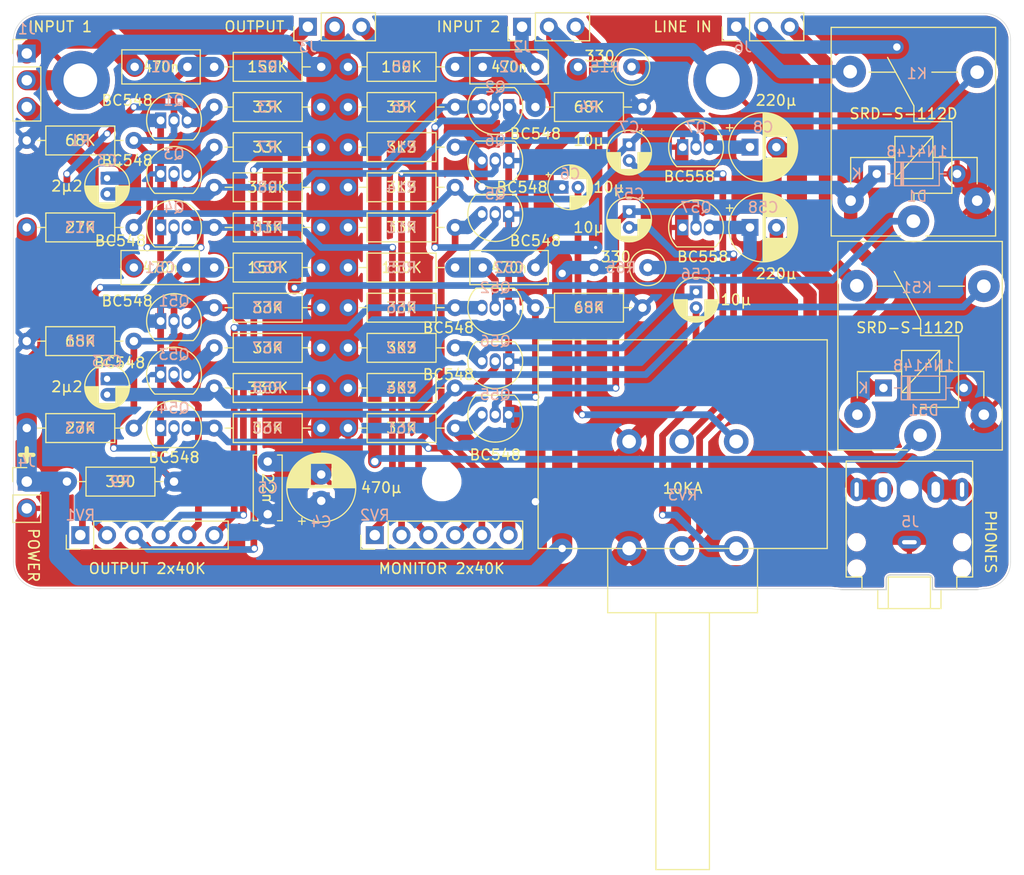
<source format=kicad_pcb>
(kicad_pcb (version 20240108) (generator "pcbnew") (generator_version "8.0")
  (title_block (title "TuchAudio 502 Mixing console") (date "2025-08-10") (rev "v1.2") (company "@zuiko21"))
  (layers (0 "F.Cu" signal) (31 "B.Cu" signal) (34 "B.Paste" user) (35 "F.Paste" user) (36 "B.SilkS" user "B.Silkscreen") (37 "F.SilkS" user "F.Silkscreen") (38 "B.Mask" user) (39 "F.Mask" user) (44 "Edge.Cuts" user))
  (net 0 "")
  (net 1 "/IN1")
  (net 2 "/DC1")
  (net 3 "/DC2")
  (net 4 "/IN2")
  (net 5 "/MB")
  (net 6 "/OUT")
  (net 7 "GND")
  (net 8 "/+10")
  (net 9 "/M_AC")
  (net 10 "/M_DC")
  (net 11 "/VOL")
  (net 12 "/BIAS")
  (net 13 "/HEAD")
  (net 14 "/H_DC")
  (net 15 "/IN1'")
  (net 16 "/DC1'")
  (net 17 "/DC2'")
  (net 18 "/IN2'")
  (net 19 "/MB'")
  (net 20 "/OUT'")
  (net 21 "/M_AC'")
  (net 22 "/M_DC'")
  (net 23 "/BIAS'")
  (net 24 "/VOL'")
  (net 25 "/H_DC'")
  (net 26 "/HEAD'")
  (net 27 "+12V")
  (net 28 "/BUF1")
  (net 29 "/BUF2")
  (net 30 "/MIX")
  (net 31 "/MON1")
  (net 32 "/MON2")
  (net 33 "/MON")
  (net 34 "/BUF1'")
  (net 35 "/BUF2'")
  (net 36 "/MIX'")
  (net 37 "/MON1'")
  (net 38 "/MON2'")
  (net 39 "/MON'")
  (net 40 "/L_OUT'")
  (net 41 "/L_OUT")
  (net 42 "/LINE'")
  (net 43 "/LINE")
  (footprint "Resistor_THT:R_Axial_DIN0207_L6.3mm_D2.5mm_P10.16mm_Horizontal" (layer "F.Cu") (at 63.5 59.69)
    (property "Reference" "R3")
    (property "Value" "33K")
  )
  (footprint "Capacitor_THT:CP_Radial_D4.0mm_P1.50mm" (layer "F.Cu") (at 102.87 63.27 -90)
    (property "Reference" "C7")
    (property "Value" "10µ")
  )
  (footprint "Connector_PinHeader_2.54mm:PinHeader_1x06_P2.54mm_Vertical" (layer "F.Cu") (at 78.74 100.33 90)
    (property "Reference" "RV2")
    (property "Value" "MONITOR 2x40K")
  )
  (footprint "Resistor_THT:R_Axial_DIN0207_L6.3mm_D2.5mm_P10.16mm_Horizontal" (layer "F.Cu") (at 104.14 78.74 180)
    (property "Reference" "R54")
    (property "Value" "68K")
  )
  (footprint "Package_TO_SOT_THT:TO-92_Inline" (layer "F.Cu") (at 91.44 83.82 180)
    (property "Reference" "Q56")
    (property "Value" "BC548")
  )
  (footprint "Package_TO_SOT_THT:TO-92_Inline" (layer "F.Cu") (at 58.42 66.04)
    (property "Reference" "Q3")
    (property "Value" "BC548")
  )
  (footprint "Package_TO_SOT_THT:TO-92_Inline" (layer "F.Cu") (at 107.95 71.12)
    (property "Reference" "Q57")
    (property "Value" "BC558")
  )
  (footprint "Resistor_THT:R_Axial_DIN0207_L6.3mm_D2.5mm_P10.16mm_Horizontal" (layer "F.Cu") (at 63.5 74.93)
    (property "Reference" "R52")
    (property "Value" "150K")
  )
  (footprint "Resistor_THT:R_Axial_DIN0207_L6.3mm_D2.5mm_P10.16mm_Horizontal" (layer "F.Cu") (at 45.72 90.17)
    (property "Reference" "R63")
    (property "Value" "27K")
  )
  (footprint "Package_TO_SOT_THT:TO-92_Inline" (layer "F.Cu") (at 91.44 59.69 180)
    (property "Reference" "Q2")
    (property "Value" "BC548")
  )
  (footprint "Resistor_THT:R_Axial_DIN0207_L6.3mm_D2.5mm_P10.16mm_Horizontal" (layer "F.Cu") (at 86.36 71.12 180)
    (property "Reference" "R11")
    (property "Value" "33K")
  )
  (footprint "Resistor_THT:R_Axial_DIN0207_L6.3mm_D2.5mm_P10.16mm_Horizontal" (layer "F.Cu") (at 45.72 71.12)
    (property "Reference" "R13")
    (property "Value" "27K")
  )
  (footprint "Capacitor_THT:CP_Radial_D6.3mm_P2.50mm" (layer "F.Cu") (at 114.34 63.5)
    (property "Reference" "C8")
    (property "Value" "220µ")
  )
  (footprint "Package_TO_SOT_THT:TO-92_Inline" (layer "F.Cu") (at 58.42 85.09)
    (property "Reference" "Q53")
    (property "Value" "BC548")
  )
  (footprint "Resistor_THT:R_Axial_DIN0207_L6.3mm_D2.5mm_P10.16mm_Horizontal" (layer "F.Cu") (at 73.66 86.36 180)
    (property "Reference" "R58")
    (property "Value" "330K")
  )
  (footprint "Package_TO_SOT_THT:TO-92_Inline" (layer "F.Cu") (at 91.44 78.74 180)
    (property "Reference" "Q52")
    (property "Value" "BC548")
  )
  (footprint "Capacitor_THT:CP_Radial_D4.0mm_P1.50mm" (layer "F.Cu") (at 53.34 66.445 -90)
    (property "Reference" "C3")
    (property "Value" "2µ2")
  )
  (footprint "Resistor_THT:R_Axial_DIN0207_L6.3mm_D2.5mm_P10.16mm_Horizontal" (layer "F.Cu") (at 86.36 90.17 180)
    (property "Reference" "R61")
    (property "Value" "33K")
  )
  (footprint "Resistor_THT:R_Axial_DIN0207_L6.3mm_D2.5mm_P10.16mm_Horizontal" (layer "F.Cu") (at 63.5 55.88)
    (property "Reference" "R2")
    (property "Value" "150K")
  )
  (footprint "Capacitor_THT:C_Disc_D6.0mm_W2.5mm_P5.00mm" (layer "F.Cu") (at 68.58 98.345 90)
    (property "Reference" "C5")
    (property "Value" "22n")
  )
  (footprint "Resistor_THT:R_Axial_DIN0207_L6.3mm_D2.5mm_P10.16mm_Horizontal" (layer "F.Cu") (at 59.69 95.25 180)
    (property "Reference" "R9")
    (property "Value" "390")
  )
  (footprint "Resistor_THT:R_Axial_DIN0207_L6.3mm_D2.5mm_P10.16mm_Horizontal" (layer "F.Cu") (at 63.5 78.74)
    (property "Reference" "R53")
    (property "Value" "33K")
  )
  (footprint "MountingHole:MountingHole_3.2mm_M3_DIN965" (layer "F.Cu") (at 85.09 95.25)
    (property "Reference" "H3" (hide yes))
    (property "Value" "MountingHole" (hide yes))
  )
  (footprint "durango:Potentiometer_Alps_225G_Dual_Horizontal" (layer "F.Cu") (at 102.87 96.52 -90)
    (property "Reference" "RV3")
    (property "Value" "10KA")
  )
  (footprint "Package_TO_SOT_THT:TO-92_Inline" (layer "F.Cu") (at 58.42 71.12)
    (property "Reference" "Q4")
    (property "Value" "BC548")
  )
  (footprint "Resistor_THT:R_Axial_DIN0207_L6.3mm_D2.5mm_P10.16mm_Horizontal" (layer "F.Cu") (at 45.72 81.915)
    (property "Reference" "R51")
    (property "Value" "68K")
  )
  (footprint "Capacitor_THT:C_Rect_L7.2mm_W3.0mm_P5.00mm_FKS2_FKP2_MKS2_MKP2" (layer "F.Cu") (at 55.96 55.88)
    (property "Reference" "C1")
    (property "Value" "470n")
  )
  (footprint "Capacitor_THT:CP_Radial_D6.3mm_P2.50mm" (layer "F.Cu") (at 73.66 97.075 90)
    (property "Reference" "C4")
    (property "Value" "470µ")
  )
  (footprint "Package_TO_SOT_THT:TO-92_Inline" (layer "F.Cu") (at 91.44 69.85 180)
    (property "Reference" "Q5")
    (property "Value" "BC548")
  )
  (footprint "Resistor_THT:R_Axial_DIN0207_L6.3mm_D2.5mm_P10.16mm_Horizontal" (layer "F.Cu") (at 73.66 63.5 180)
    (property "Reference" "R7")
    (property "Value" "33K")
  )
  (footprint "Resistor_THT:R_Axial_DIN0309_L9.0mm_D3.2mm_P5.08mm_Vertical" (layer "F.Cu") (at 103.105 55.88 180)
    (property "Reference" "R15")
    (property "Value" "330")
  )
  (footprint "Capacitor_THT:CP_Radial_D4.0mm_P1.50mm" (layer "F.Cu") (at 109.22 77.24 -90)
    (property "Reference" "C56")
    (property "Value" "10µ")
  )
  (footprint "Resistor_THT:R_Axial_DIN0207_L6.3mm_D2.5mm_P10.16mm_Horizontal" (layer "F.Cu") (at 76.2 82.55)
    (property "Reference" "R62")
    (property "Value" "3K3")
  )
  (footprint "Connector_PinHeader_2.54mm:PinHeader_1x06_P2.54mm_Vertical" (layer "F.Cu") (at 50.8 100.33 90)
    (property "Reference" "RV1")
    (property "Value" "OUTPUT 2x40K")
  )
  (footprint "Resistor_THT:R_Axial_DIN0207_L6.3mm_D2.5mm_P10.16mm_Horizontal" (layer "F.Cu") (at 73.66 67.31 180)
    (property "Reference" "R8")
    (property "Value" "330K")
  )
  (footprint "Resistor_THT:R_Axial_DIN0207_L6.3mm_D2.5mm_P10.16mm_Horizontal" (layer "F.Cu") (at 104.14 59.69 180)
    (property "Reference" "R4")
    (property "Value" "68K")
  )
  (footprint "MountingHole:MountingHole_3.2mm_M3_DIN965_Pad" (layer "F.Cu") (at 50.8 57.15)
    (property "Reference" "H1" (hide yes))
    (property "Value" "MountingHole_Pad" (hide yes))
  )
  (footprint "Connector_PinHeader_2.54mm:PinHeader_1x02_P2.54mm_Vertical" (layer "F.Cu") (at 45.72 95.25)
    (property "Reference" "J4")
    (property "Value" "POWER")
  )
  (footprint "Connector_PinHeader_2.54mm:PinHeader_1x03_P2.54mm_Vertical" (layer "F.Cu") (at 45.72 54.61)
    (property "Reference" "J1")
    (property "Value" "INPUT 1")
  )
  (footprint "Resistor_THT:R_Axial_DIN0207_L6.3mm_D2.5mm_P10.16mm_Horizontal" (layer "F.Cu") (at 86.36 55.88 180)
    (property "Reference" "R5")
    (property "Value" "150K")
  )
  (footprint "Resistor_THT:R_Axial_DIN0207_L6.3mm_D2.5mm_P10.16mm_Horizontal" (layer "F.Cu") (at 86.36 86.36 180)
    (property "Reference" "R64")
    (property "Value" "3K3")
  )
  (footprint "Connector_PinHeader_2.54mm:PinHeader_1x03_P2.54mm_Vertical" (layer "F.Cu") (at 113.03 52.07 90)
    (property "Reference" "J6")
    (property "Value" "LINE IN")
  )
  (footprint "Capacitor_THT:CP_Radial_D4.0mm_P1.50mm" (layer "F.Cu") (at 96.52 67.31)
    (property "Reference" "C6")
    (property "Value" "10µ")
  )
  (footprint "Package_TO_SOT_THT:TO-92_Inline" (layer "F.Cu") (at 58.42 90.17)
    (property "Reference" "Q54")
    (property "Value" "BC548")
  )
  (footprint "Resistor_THT:R_Axial_DIN0207_L6.3mm_D2.5mm_P10.16mm_Horizontal" (layer "F.Cu") (at 76.2 63.5)
    (property "Reference" "R12")
    (property "Value" "3K3")
  )
  (footprint "Resistor_THT:R_Axial_DIN0207_L6.3mm_D2.5mm_P10.16mm_Horizontal" (layer "F.Cu") (at 86.36 78.74 180)
    (property "Reference" "R56")
    (property "Value" "33K")
  )
  (footprint "Resistor_THT:R_Axial_DIN0309_L9.0mm_D3.2mm_P5.08mm_Vertical" (layer "F.Cu") (at 104.629 74.93 180)
    (property "Reference" "R65")
    (property "Value" "330")
  )
  (footprint "Capacitor_THT:C_Rect_L7.2mm_W3.0mm_P5.00mm_FKS2_FKP2_MKS2_MKP2" (layer "F.Cu") (at 93.98 74.93 180)
    (property "Reference" "C52")
    (property "Value" "470n")
  )
  (footprint "Relay_THT:Relay_SPDT_SANYOU_SRD_Series_Form_C" (layer "F.Cu") (at 129.84 70.53 90)
    (property "Reference" "K1")
    (property "Value" "SRD-S-112D")
  )
  (footprint "Package_TO_SOT_THT:TO-92_Inline" (layer "F.Cu") (at 91.44 88.9 180)
    (property "Reference" "Q55")
    (property "Value" "BC548")
  )
  (footprint "Capacitor_THT:CP_Radial_D4.0mm_P1.50mm" (layer "F.Cu") (at 102.87 69.62 -90)
    (property "Reference" "C57")
    (property "Value" "10µ")
  )
  (footprint "Resistor_THT:R_Axial_DIN0207_L6.3mm_D2.5mm_P10.16mm_Horizontal" (layer "F.Cu") (at 86.36 74.93 180)
    (property "Reference" "R55")
    (property "Value" "150K")
  )
  (footprint "Relay_THT:Relay_SPDT_SANYOU_SRD_Series_Form_C" (layer "F.Cu") (at 130.475 90.85 90)
    (property "Reference" "K51")
    (property "Value" "SRD-S-112D")
  )
  (footprint "Resistor_THT:R_Axial_DIN0207_L6.3mm_D2.5mm_P10.16mm_Horizontal" (layer "F.Cu") (at 73.66 82.55 180)
    (property "Reference" "R57")
    (property "Value" "33K")
  )
  (footprint "Package_TO_SOT_THT:TO-92_Inline" (layer "F.Cu") (at 91.44 64.77 180)
    (property "Reference" "Q6")
    (property "Value" "BC548")
  )
  (footprint "Package_TO_SOT_THT:TO-92_Inline" (layer "F.Cu") (at 58.42 60.96)
    (property "Reference" "Q1")
    (property "Value" "BC548")
  )
  (footprint "Capacitor_THT:C_Rect_L7.2mm_W3.0mm_P5.00mm_FKS2_FKP2_MKS2_MKP2" (layer "F.Cu") (at 55.88 74.93)
    (property "Reference" "C51")
    (property "Value" "470n")
  )
  (footprint "Resistor_THT:R_Axial_DIN0207_L6.3mm_D2.5mm_P10.16mm_Horizontal" (layer "F.Cu") (at 45.72 62.865)
    (property "Reference" "R1")
    (property "Value" "68K")
  )
  (footprint "Connector_Audio:Jack_3.5mm_CUI_SJ1-3525N_Horizontal" (layer "F.Cu") (at 129.46 101.005)
    (property "Reference" "J5")
    (property "Value" "PHONES")
    (fp_line (start -2.2 3.5) (end -2.2 4.5) (stroke (width 0.12)) (layer "Edge.Cuts"))
    (fp_line (start -2.2 4.5) (end -6.5 4.5) (stroke (width 0.12)) (layer "Edge.Cuts"))
    (fp_line (start 1.8 3.1) (end -1.8 3.1) (stroke (width 0.12)) (layer "Edge.Cuts"))
    (fp_line (start 2.2 3.5) (end 2.2 4.5) (stroke (width 0.12)) (layer "Edge.Cuts"))
    (fp_line (start 2.2 4.5) (end 6.5 4.5) (stroke (width 0.12)) (layer "Edge.Cuts"))
    (fp_arc (start -2.2 3.5) (mid -2.082842 3.217158) (end -1.8 3.1) (stroke (width 0.12)) (layer "Edge.Cuts"))
    (fp_arc (start 1.8 3.1) (mid 2.082843 3.217157) (end 2.2 3.5) (stroke (width 0.12)) (layer "Edge.Cuts"))
  )
  (footprint "Resistor_THT:R_Axial_DIN0207_L6.3mm_D2.5mm_P10.16mm_Horizontal" (layer "F.Cu") (at 86.36 59.69 180)
    (property "Reference" "R6")
    (property "Value" "33K")
  )
  (footprint "Resistor_THT:R_Axial_DIN0207_L6.3mm_D2.5mm_P10.16mm_Horizontal" (layer "F.Cu") (at 86.36 67.31 180)
    (property "Reference" "R14")
    (property "Value" "3K3")
  )
  (footprint "Connector_PinHeader_2.54mm:PinHeader_1x03_P2.54mm_Vertical" (layer "F.Cu") (at 92.71 52.07 90)
    (property "Reference" "J2")
    (property "Value" "INPUT 2")
  )
  (footprint "Connector_PinHeader_2.54mm:PinHeader_1x03_P2.54mm_Vertical" (layer "F.Cu") (at 72.39 52.07 90)
    (property "Reference" "J3")
    (property "Value" "OUTPUT")
  )
  (footprint "Capacitor_THT:C_Rect_L7.2mm_W3.0mm_P5.00mm_FKS2_FKP2_MKS2_MKP2" (layer "F.Cu") (at 93.98 55.88 180)
    (property "Reference" "C2")
    (property "Value" "470n")
  )
  (footprint "Capacitor_THT:CP_Radial_D6.3mm_P2.50mm" (layer "F.Cu") (at 114.34 71.12)
    (property "Reference" "C58")
    (property "Value" "220µ")
  )
  (footprint "Package_TO_SOT_THT:TO-92_Inline" (layer "F.Cu") (at 58.42 80.01)
    (property "Reference" "Q51")
    (property "Value" "BC548")
  )
  (footprint "Package_TO_SOT_THT:TO-92_Inline" (layer "F.Cu") (at 107.95 63.5)
    (property "Reference" "Q7")
    (property "Value" "BC558")
  )
  (footprint "Resistor_THT:R_Axial_DIN0207_L6.3mm_D2.5mm_P10.16mm_Horizontal" (layer "F.Cu") (at 63.5 90.17)
    (property "Reference" "R60")
    (property "Value" "33K")
  )
  (footprint "Resistor_THT:R_Axial_DIN0207_L6.3mm_D2.5mm_P10.16mm_Horizontal" (layer "F.Cu") (at 63.5 71.12)
    (property "Reference" "R10")
    (property "Value" "33K")
  )
  (footprint "Capacitor_THT:CP_Radial_D4.0mm_P1.50mm" (layer "F.Cu") (at 53.34 85.495 -90)
    (property "Reference" "C53")
    (property "Value" "2µ2")
  )
  (footprint "MountingHole:MountingHole_3.2mm_M3_DIN965_Pad" (layer "F.Cu") (at 111.76 57.15)
    (property "Reference" "H2" (hide yes))
    (property "Value" "MountingHole_Pad" (hide yes))
  )
  (footprint "Diode_THT:D_DO-35_SOD27_P7.62mm_Horizontal" (layer "B.Cu") (at 126.365 66.04)
    (property "Reference" "D1")
    (property "Value" "1N4148")
  )
  (footprint "Diode_THT:D_DO-35_SOD27_P7.62mm_Horizontal" (layer "B.Cu") (at 127 86.36)
    (property "Reference" "D51")
    (property "Value" "1N4148")
  )
  (gr_line (start 45.085 92.71) (end 46.355 92.71) (stroke (width 0.4)) (layer "F.SilkS"))
  (gr_line (start 45.72 92.075) (end 45.72 93.345) (stroke (width 0.4)) (layer "F.SilkS"))
  (gr_line (start 46.99 105.41) (end 121.92 105.41) (stroke (width 0.05)) (layer "Edge.Cuts"))
  (gr_line (start 46.99 50.8) (end 136.525 50.8) (stroke (width 0.05)) (layer "Edge.Cuts"))
  (gr_arc (start 46.99 105.41) (mid 45.193949 104.666051) (end 44.45 102.87) (stroke (width 0.05)) (layer "Edge.Cuts"))
  (gr_arc (start 44.45 53.34) (mid 45.193949 51.543949) (end 46.99 50.8) (stroke (width 0.05)) (layer "Edge.Cuts"))
  (gr_arc (start 136.525 50.8) (mid 138.321051 51.543949) (end 139.065 53.34) (stroke (width 0.05)) (layer "Edge.Cuts"))
  (gr_line (start 121.92 105.41) (end 122.96 105.505) (stroke (width 0.05)) (layer "Edge.Cuts"))
  (gr_line (start 136.525 105.41) (end 135.96 105.505) (stroke (width 0.05)) (layer "Edge.Cuts"))
  (gr_line (start 139.065 53.34) (end 139.065 102.87) (stroke (width 0.05)) (layer "Edge.Cuts"))
  (gr_line (start 44.45 102.87) (end 44.45 53.34) (stroke (width 0.05)) (layer "Edge.Cuts"))
  (gr_arc (start 139.065 102.87) (mid 138.321051 104.666051) (end 136.525 105.41) (stroke (width 0.05)) (layer "Edge.Cuts"))
  (segment (start 53.2775 53.1975) (end 55.96 55.88) (width 1.905) (layer "F.Cu") (net 1))
  (segment (start 45.72 54.61) (end 47.1325 53.1975) (width 1.905) (layer "F.Cu") (net 1))
  (segment (start 47.1325 53.1975) (end 53.2775 53.1975) (width 1.905) (layer "F.Cu") (net 1))
  (segment (start 59.69 57.205814) (end 60.96 55.935814) (width 0.635) (layer "F.Cu") (net 2))
  (segment (start 55.88 62.865) (end 57.3775 64.3625) (width 0.635) (layer "F.Cu") (net 2))
  (segment (start 59.69 60.96) (end 59.69 57.205814) (width 0.635) (layer "F.Cu") (net 2))
  (segment (start 57.3775 72.7975) (end 57.15 73.025) (width 0.635) (layer "F.Cu") (net 2))
  (segment (start 57.3775 64.3625) (end 57.3775 72.7975) (width 0.635) (layer "F.Cu") (net 2))
  (segment (start 60.96 55.935814) (end 60.96 55.88) (width 0.635) (layer "F.Cu") (net 2))
  (via (at 57.15 73.025) (size 0.7) (drill 0.5) (layers "F.Cu" "B.Cu") (net 2))
  (segment (start 59.69 62.345) (end 59.69 60.96) (width 0.635) (layer "B.Cu") (net 2))
  (segment (start 59.69 72.505) (end 59.69 71.12) (width 0.635) (layer "B.Cu") (net 2))
  (segment (start 59.17 62.865) (end 59.69 62.345) (width 0.635) (layer "B.Cu") (net 2))
  (segment (start 60.96 55.88) (end 63.5 55.88) (width 1.905) (layer "B.Cu") (net 2))
  (segment (start 55.88 62.865) (end 59.17 62.865) (width 0.635) (layer "B.Cu") (net 2))
  (segment (start 57.15 73.025) (end 59.17 73.025) (width 0.635) (layer "B.Cu") (net 2))
  (segment (start 59.17 73.025) (end 59.69 72.505) (width 0.635) (layer "B.Cu") (net 2))
  (segment (start 84.455 61.595) (end 84.455 73.025) (width 0.635) (layer "F.Cu") (net 3))
  (via (at 84.455 73.025) (size 0.7) (drill 0.5) (layers "F.Cu" "B.Cu") (net 3))
  (via (at 84.455 61.595) (size 0.7) (drill 0.5) (layers "F.Cu" "B.Cu") (net 3))
  (segment (start 93.98 58.641252) (end 93.98 59.69) (width 1.905) (layer "B.Cu") (net 3))
  (segment (start 90.924374 57.895626) (end 92.185626 57.895626) (width 0.635) (layer "B.Cu") (net 3))
  (segment (start 88.98 55.88) (end 90.17 55.88) (width 1.905) (layer "B.Cu") (net 3))
  (segment (start 90.17 59.69) (end 90.17 59.055) (width 0.635) (layer "B.Cu") (net 3))
  (segment (start 90.17 60.625) (end 90.17 59.69) (width 0.635) (layer "B.Cu") (net 3))
  (segment (start 90.17 59.055) (end 90.17 58.65) (width 0.635) (layer "B.Cu") (net 3))
  (segment (start 87.93 73.025) (end 90.17 70.785) (width 0.635) (layer "B.Cu") (net 3))
  (segment (start 90.17 70.785) (end 90.17 69.85) (width 0.635) (layer "B.Cu") (net 3))
  (segment (start 85.0425 61.0075) (end 89.7875 61.0075) (width 0.635) (layer "B.Cu") (net 3))
  (segment (start 90.17 58.65) (end 90.924374 57.895626) (width 0.635) (layer "B.Cu") (net 3))
  (segment (start 89.7875 61.0075) (end 90.17 60.625) (width 0.635) (layer "B.Cu") (net 3))
  (segment (start 84.455 61.595) (end 85.0425 61.0075) (width 0.635) (layer "B.Cu") (net 3))
  (segment (start 90.17 55.88) (end 91.218748 55.88) (width 1.905) (layer "B.Cu") (net 3))
  (segment (start 84.455 73.025) (end 87.93 73.025) (width 0.635) (layer "B.Cu") (net 3))
  (segment (start 92.185626 57.895626) (end 93.98 59.69) (width 0.635) (layer "B.Cu") (net 3))
  (segment (start 86.36 55.88) (end 88.98 55.88) (width 1.905) (layer "B.Cu") (net 3))
  (segment (start 91.218748 55.88) (end 93.98 58.641252) (width 1.905) (layer "B.Cu") (net 3))
  (segment (start 92.71 54.61) (end 93.98 55.88) (width 1.27) (layer "B.Cu") (net 4))
  (segment (start 92.71 52.07) (end 92.71 54.61) (width 1.27) (layer "B.Cu") (net 4))
  (segment (start 61.05 65.95) (end 63.5 63.5) (width 1.27) (layer "B.Cu") (net 5))
  (segment (start 60.645 64.455) (end 61.05 64.86) (width 1.27) (layer "B.Cu") (net 5))
  (segment (start 53.34 66.445) (end 55.21 66.445) (width 1.27) (layer "B.Cu") (net 5))
  (segment (start 55.21 66.445) (end 57.2 64.455) (width 1.27) (layer "B.Cu") (net 5))
  (segment (start 61.05 64.86) (end 61.05 65.95) (width 1.27) (layer "B.Cu") (net 5))
  (segment (start 57.2 64.455) (end 60.645 64.455) (width 1.27) (layer "B.Cu") (net 5))
  (segment (start 85.814273 62.1825) (end 87.942382 62.1825) (width 0.635) (layer "B.Cu") (net 6))
  (segment (start 102.8975 61.0075) (end 131.2625 61.0075) (width 0.635) (layer "B.Cu") (net 6))
  (segment (start 83.179273 64.8175) (end 85.814273 62.1825) (width 0.635) (layer "B.Cu") (net 6))
  (segment (start 73.025 65.9925) (end 80.105 65.9925) (width 0.635) (layer "B.Cu") (net 6))
  (segment (start 101.04 62.865) (end 102.8975 61.0075) (width 0.635) (layer "B.Cu") (net 6))
  (segment (start 63.5 67.31) (end 62.865 67.945) (width 1.27) (layer "B.Cu") (net 6))
  (segment (start 81.28 64.8175) (end 83.179273 64.8175) (width 0.635) (layer "B.Cu") (net 6))
  (segment (start 88.624882 62.865) (end 101.04 62.865) (width 0.635) (layer "B.Cu") (net 6))
  (segment (start 80.105 65.9925) (end 81.28 64.8175) (width 0.635) (layer "B.Cu") (net 6))
  (segment (start 87.942382 62.1825) (end 88.624882 62.865) (width 0.635) (layer "B.Cu") (net 6))
  (segment (start 131.2625 61.0075) (end 135.89 56.38) (width 0.635) (layer "B.Cu") (net 6))
  (segment (start 71.7075 67.31) (end 73.025 65.9925) (width 0.635) (layer "B.Cu") (net 6))
  (segment (start 62.865 67.945) (end 53.34 67.945) (width 1.27) (layer "B.Cu") (net 6))
  (segment (start 63.5 67.31) (end 71.7075 67.31) (width 0.635) (layer "B.Cu") (net 6))
  (segment (start 73.66 55.88) (end 73.66 90.17) (width 1.905) (layer "F.Cu") (net 7))
  (segment (start 108.315 72.755) (end 107.86 72.3) (width 1.27) (layer "F.Cu") (net 7))
  (segment (start 74.93 52.07) (end 74.93 90.17) (width 1.905) (layer "F.Cu") (net 7))
  (segment (start 135.89 73.025) (end 135.89 68.58) (width 1.905) (layer "F.Cu") (net 7))
  (segment (start 136.525 88.265) (end 134.62 86.36) (width 1.905) (layer "F.Cu") (net 7))
  (segment (start 74.93 90.17) (end 73.66 91.44) (width 1.905) (layer "F.Cu") (net 7))
  (segment (start 76.2 55.88) (end 74.93 54.61) (width 1.905) (layer "F.Cu") (net 7))
  (segment (start 72.255 94.575) (end 71.12 95.71) (width 1.905) (layer "F.Cu") (net 7))
  (segment (start 71.12 95.71) (end 71.12 104.14) (width 1.905) (layer "F.Cu") (net 7))
  (segment (start 102.87 91.44) (end 102.87 101.6) (width 1.905) (layer "F.Cu") (net 7))
  (segment (start 131.2925 99.1725) (end 134.5075 99.1725) (width 1.905) (layer "F.Cu") (net 7))
  (segment (start 133.8725 85.6125) (end 134.62 86.36) (width 1.905) (layer "F.Cu") (net 7))
  (segment (start 127.6275 99.1725) (end 129.46 101.005) (width 1.905) (layer "F.Cu") (net 7))
  (segment (start 73.66 55.88) (end 74.93 54.61) (width 1.905) (layer "F.Cu") (net 7))
  (segment (start 115.57 53.34) (end 111.76 57.15) (width 1.27) (layer "F.Cu") (net 7))
  (segment (start 100.33 104.14) (end 102.87 101.6) (width 1.905) (layer "F.Cu") (net 7))
  (segment (start 136.565 88.94) (end 136.525 88.9) (width 1.905) (layer "F.Cu") (net 7))
  (segment (start 50.605 104.14) (end 71.12 104.14) (width 1.905) (layer "F.Cu") (net 7))
  (segment (start 73.66 91.44) (end 73.66 90.17) (width 1.905) (layer "F.Cu") (net 7))
  (segment (start 123.700954 99.1725) (end 127.6275 99.1725) (width 1.905) (layer "F.Cu") (net 7))
  (segment (start 106.68 77.24224) (end 108.315 75.60724) (width 1.27) (layer "F.Cu") (net 7))
  (segment (start 106.68 87.63) (end 106.68 77.24224) (width 1.27) (layer "F.Cu") (net 7))
  (segment (start 133.8725 75.0425) (end 135.89 73.025) (width 1.905) (layer "F.Cu") (net 7))
  (segment (start 102.87 101.6) (end 105.41 104.14) (width 1.905) (layer "F.Cu") (net 7))
  (segment (start 107.86 72.3) (end 107.86 63.5) (width 1.27) (layer "F.Cu") (net 7))
  (segment (start 115.57 52.07) (end 115.57 53.34) (width 1.27) (layer "F.Cu") (net 7))
  (segment (start 73.66 94.575) (end 73.66 91.44) (width 1.905) (layer "F.Cu") (net 7))
  (segment (start 108.315 75.60724) (end 108.315 72.755) (width 1.27) (layer "F.Cu") (net 7))
  (segment (start 118.733454 104.14) (end 123.700954 99.1725) (width 1.905) (layer "F.Cu") (net 7))
  (segment (start 102.87 91.44) (end 106.68 87.63) (width 1.27) (layer "F.Cu") (net 7))
  (segment (start 105.41 104.14) (end 118.733454 104.14) (width 1.905) (layer "F.Cu") (net 7))
  (segment (start 45.72 57.15) (end 50.8 57.15) (width 1.905) (layer "F.Cu") (net 7))
  (segment (start 129.46 101.005) (end 131.2925 99.1725) (width 1.905) (layer "F.Cu") (net 7))
  (segment (start 136.525 88.9) (end 136.525 88.265) (width 1.905) (layer "F.Cu") (net 7))
  (segment (start 136.565 97.115) (end 136.565 88.94) (width 1.905) (layer "F.Cu") (net 7))
  (segment (start 135.89 68.58) (end 135.89 61.615) (width 1.905) (layer "F.Cu") (net 7))
  (segment (start 74.93 54.61) (end 74.93 52.07) (width 1.905) (layer "F.Cu") (net 7))
  (segment (start 76.2 90.17) (end 76.2 55.88) (width 1.905) (layer "F.Cu") (net 7))
  (segment (start 45.72 97.79) (end 45.72 99.255) (width 1.905) (layer "F.Cu") (net 7))
  (segment (start 133.8725 75.0425) (end 133.8725 85.6125) (width 1.905) (layer "F.Cu") (net 7))
  (segment (start 45.72 99.255) (end 50.605 104.14) (width 1.905) (layer "F.Cu") (net 7))
  (segment (start 134.5075 99.1725) (end 136.565 97.115) (width 1.905) (layer "F.Cu") (net 7))
  (segment (start 71.12 104.14) (end 100.33 104.14) (width 1.905) (layer "F.Cu") (net 7))
  (segment (start 135.89 68.58) (end 135.89 67.945) (width 1.905) (layer "F.Cu") (net 7))
  (segment (start 135.89 61.615) (end 128.27 53.995) (width 1.905) (layer "F.Cu") (net 7))
  (segment (start 135.89 67.945) (end 133.985 66.04) (width 1.905) (layer "F.Cu") (net 7))
  (segment (start 73.66 94.575) (end 72.255 94.575) (width 1.905) (layer "F.Cu") (net 7))
  (via (at 128.27 53.995) (size 1) (drill 0.7) (layers "F.Cu" "B.Cu") (net 7))
  (segment (start 54.175 53.775) (end 70.285 53.775) (width 1.905) (layer "B.Cu") (net 7))
  (segment (start 95.25 52.07) (end 97.425 54.245) (width 1.27) (layer "B.Cu") (net 7))
  (segment (start 72.43 93.345) (end 73.66 94.575) (width 1.905) (layer "B.Cu") (net 7))
  (segment (start 117.495 53.995) (end 128.27 53.995) (width 1.27) (layer "B.Cu") (net 7))
  (segment (start 108.855 54.245) (end 111.76 57.15) (width 1.27) (layer "B.Cu") (net 7))
  (segment (start 115.57 52.07) (end 117.495 53.995) (width 1.27) (layer "B.Cu") (net 7))
  (segment (start 72.39 55.88) (end 73.66 55.88) (width 1.905) (layer "B.Cu") (net 7))
  (segment (start 68.58 93.345) (end 72.43 93.345) (width 1.905) (layer "B.Cu") (net 7))
  (segment (start 97.425 54.245) (end 108.855 54.245) (width 1.27) (layer "B.Cu") (net 7))
  (segment (start 128.27 53.995) (end 128.29 53.995) (width 1.27) (layer "B.Cu") (net 7))
  (segment (start 50.8 57.15) (end 54.175 53.775) (width 1.905) (layer "B.Cu") (net 7))
  (segment (start 70.285 53.775) (end 72.39 55.88) (width 1.905) (layer "B.Cu") (net 7))
  (segment (start 93.98 91.0325) (end 91.8475 88.9) (width 1.905) (layer "F.Cu") (net 8))
  (segment (start 58.42 80.01) (end 58.42 93.98) (width 0.635) (layer "F.Cu") (net 8))
  (segment (start 93.98 97.155) (end 93.98 91.0325) (width 1.905) (layer "F.Cu") (net 8))
  (segment (start 58.42 60.96) (end 58.42 71.12) (width 0.635) (layer "F.Cu") (net 8))
  (segment (start 91.44 88.9) (end 91.44 64.77) (width 0.635) (layer "F.Cu") (net 8))
  (segment (start 58.42 71.12) (end 58.42 80.01) (width 0.635) (layer "F.Cu") (net 8))
  (segment (start 91.44 64.77) (end 91.44 59.69) (width 0.635) (layer "F.Cu") (net 8))
  (segment (start 58.42 93.98) (end 59.69 95.25) (width 0.635) (layer "F.Cu") (net 8))
  (via (at 93.98 97.155) (size 1) (drill 0.7) (layers "F.Cu" "B.Cu") (net 8))
  (segment (start 47.625 60.96) (end 58.33 60.96) (width 1.27) (layer "B.Cu") (net 8))
  (segment (start 68.58 98.345) (end 72.39 98.345) (width 1.905) (layer "B.Cu") (net 8))
  (segment (start 92.44 80.375) (end 91.53 79.465) (width 1.27) (layer "B.Cu") (net 8))
  (segment (start 104.14 78.74) (end 102.505 80.375) (width 1.27) (layer "B.Cu") (net 8))
  (segment (start 91.53 59.69) (end 91.53 60.415) (width 1.27) (layer "B.Cu") (net 8))
  (segment (start 94.7325 61.4775) (end 96.52 59.69) (width 1.27) (layer "B.Cu") (net 8))
  (segment (start 91.53 79.465) (end 91.53 78.74) (width 1.27) (layer "B.Cu") (net 8))
  (segment (start 93.0525 98.0825) (end 93.98 97.155) (width 1.905) (layer "B.Cu") (net 8))
  (segment (start 91.53 60.415) (end 92.5925 61.4775) (width 1.27) (layer "B.Cu") (net 8))
  (segment (start 45.72 81.915) (end 47.625 80.01) (width 1.27) (layer "B.Cu") (net 8))
  (segment (start 74.6675 98.0825) (end 93.0525 98.0825) (width 1.905) (layer "B.Cu") (net 8))
  (segment (start 47.625 80.01) (end 58.33 80.01) (width 1.27) (layer "B.Cu") (net 8))
  (segment (start 73.66 97.075) (end 74.6675 98.0825) (width 1.905) (layer "B.Cu") (net 8))
  (segment (start 65.485 95.25) (end 68.58 98.345) (width 1.905) (layer "B.Cu") (net 8))
  (segment (start 92.5925 61.4775) (end 94.7325 61.4775) (width 1.27) (layer "B.Cu") (net 8))
  (segment (start 59.69 95.25) (end 65.485 95.25) (width 1.905) (layer "B.Cu") (net 8))
  (segment (start 96.52 59.69) (end 104.14 59.69) (width 1.27) (layer "B.Cu") (net 8))
  (segment (start 45.72 62.865) (end 47.625 60.96) (width 1.27) (layer "B.Cu") (net 8))
  (segment (start 102.505 80.375) (end 92.44 80.375) (width 1.27) (layer "B.Cu") (net 8))
  (segment (start 72.39 98.345) (end 73.66 97.075) (width 1.905) (layer "B.Cu") (net 8))
  (segment (start 98.02 67.31) (end 98.02 88.495) (width 0.635) (layer "F.Cu") (net 9))
  (segment (start 98.02 88.495) (end 98.425 88.9) (width 0.635) (layer "F.Cu") (net 9))
  (via (at 98.425 88.9) (size 0.7) (drill 0.5) (layers "F.Cu" "B.Cu") (net 9))
  (segment (start 98.425 88.9) (end 110.49 88.9) (width 0.635) (layer "B.Cu") (net 9))
  (segment (start 110.49 88.9) (end 113.03 91.44) (width 0.635) (layer "B.Cu") (net 9))
  (segment (start 88.81 67.185) (end 88.81 64.77) (width 1.27) (layer "F.Cu") (net 10))
  (segment (start 88.9 67.275) (end 88.81 67.185) (width 1.27) (layer "F.Cu") (net 10))
  (via (at 88.9 67.275) (size 1) (drill 0.7) (layers "F.Cu" "B.Cu") (net 10))
  (segment (start 88.81 64.68) (end 88.81 64.77) (width 1.27) (layer "B.Cu") (net 10))
  (segment (start 88.9 67.275) (end 96.52 67.275) (width 1.27) (layer "B.Cu") (net 10))
  (segment (start 88.865 67.275) (end 88.9 67.275) (width 1.27) (layer "B.Cu") (net 10))
  (segment (start 87.9475 63.8175) (end 88.81 64.68) (width 1.27) (layer "B.Cu") (net 10))
  (segment (start 86.36 63.5) (end 87.63 63.5) (width 1.27) (layer "B.Cu") (net 10))
  (segment (start 87.9475 63.8175) (end 88.5825 64.4525) (width 1.27) (layer "B.Cu") (net 10))
  (segment (start 87.63 63.5) (end 87.9475 63.8175) (width 1.27) (layer "B.Cu") (net 10))
  (segment (start 107.87 91.44) (end 111.76 87.55) (width 0.635) (layer "F.Cu") (net 11))
  (segment (start 111.76 87.55) (end 111.76 66.04) (width 0.635) (layer "F.Cu") (net 11))
  (via (at 111.76 66.04) (size 0.7) (drill 0.5) (layers "F.Cu" "B.Cu") (net 11))
  (segment (start 111.76 66.04) (end 104.14 66.04) (width 0.635) (layer "B.Cu") (net 11))
  (segment (start 104.14 66.04) (end 102.87 64.77) (width 0.635) (layer "B.Cu") (net 11))
  (segment (start 101.7525 64.307116) (end 102.789616 63.27) (width 0.635) (layer "B.Cu") (net 12))
  (segment (start 55.88 71.12) (end 57.1975 69.8025) (width 0.635) (layer "B.Cu") (net 12))
  (segment (start 83.8675 69.8025) (end 86.36 67.31) (width 0.635) (layer "B.Cu") (net 12))
  (segment (start 109.22 63.5) (end 109.22 62.46) (width 0.635) (layer "B.Cu") (net 12))
  (segment (start 86.36 67.31) (end 87.4775 68.4275) (width 0.635) (layer "B.Cu") (net 12))
  (segment (start 98.557884 68.4275) (end 101.7525 65.232884) (width 0.635) (layer "B.Cu") (net 12))
  (segment (start 102.789616 63.27) (end 102.87 63.27) (width 0.635) (layer "B.Cu") (net 12))
  (segment (start 57.1975 69.8025) (end 83.8675 69.8025) (width 0.635) (layer "B.Cu") (net 12))
  (segment (start 103.9075 62.2325) (end 102.87 63.27) (width 0.635) (layer "B.Cu") (net 12))
  (segment (start 87.4775 68.4275) (end 98.557884 68.4275) (width 0.635) (layer "B.Cu") (net 12))
  (segment (start 101.7525 65.232884) (end 101.7525 64.307116) (width 0.635) (layer "B.Cu") (net 12))
  (segment (start 109.22 62.46) (end 108.9925 62.2325) (width 0.635) (layer "B.Cu") (net 12))
  (segment (start 108.9925 62.2325) (end 103.9075 62.2325) (width 0.635) (layer "B.Cu") (net 12))
  (segment (start 121.8225 89.59515) (end 121.8225 76.69) (width 1.905) (layer "F.Cu") (net 13))
  (segment (start 118.7925 73.66) (end 118.7925 65.4525) (width 1.905) (layer "F.Cu") (net 13))
  (segment (start 122.793675 90.566325) (end 121.8225 89.59515) (width 1.905) (layer "F.Cu") (net 13))
  (segment (start 125.729851 93.5025) (end 122.793675 90.566325) (width 1.905) (layer "F.Cu") (net 13))
  (segment (start 118.7925 65.4525) (end 116.84 63.5) (width 1.905) (layer "F.Cu") (net 13))
  (segment (start 129.549046 93.5025) (end 125.729851 93.5025) (width 1.905) (layer "F.Cu") (net 13))
  (segment (start 134.46 96.005) (end 131.96 96.005) (width 1.905) (layer "F.Cu") (net 13))
  (segment (start 131.96 96.005) (end 131.96 95.913454) (width 1.905) (layer "F.Cu") (net 13))
  (segment (start 131.96 95.913454) (end 129.549046 93.5025) (width 1.905) (layer "F.Cu") (net 13))
  (segment (start 121.8225 76.69) (end 118.7925 73.66) (width 1.905) (layer "F.Cu") (net 13))
  (segment (start 110.58 63.5) (end 110.58 62.190118) (width 1.27) (layer "F.Cu") (net 14))
  (segment (start 110.58 62.190118) (end 104.269882 55.88) (width 1.27) (layer "F.Cu") (net 14))
  (segment (start 104.269882 55.88) (end 103.105 55.88) (width 1.27) (layer "F.Cu") (net 14))
  (segment (start 114.34 63.5) (end 110.58 63.5) (width 1.27) (layer "B.Cu") (net 14))
  (segment (start 51.5875 65.5575) (end 51.5875 70.6375) (width 1.905) (layer "F.Cu") (net 15))
  (segment (start 45.72 59.69) (end 51.5875 65.5575) (width 1.905) (layer "F.Cu") (net 15))
  (segment (start 51.5875 70.6375) (end 55.88 74.93) (width 1.905) (layer "F.Cu") (net 15))
  (segment (start 55.88 88.306773) (end 55.88 81.915) (width 0.635) (layer "F.Cu") (net 16))
  (segment (start 59.69 80.01) (end 59.69 76.12) (width 0.635) (layer "F.Cu") (net 16))
  (segment (start 53.975 90.211773) (end 55.88 88.306773) (width 0.635) (layer "F.Cu") (net 16))
  (segment (start 53.975 92.075) (end 53.975 90.211773) (width 0.635) (layer "F.Cu") (net 16))
  (segment (start 59.69 76.12) (end 60.88 74.93) (width 0.635) (layer "F.Cu") (net 16))
  (via (at 53.975 92.075) (size 0.7) (drill 0.5) (layers "F.Cu" "B.Cu") (net 16))
  (segment (start 63.5 74.93) (end 60.88 74.93) (width 1.905) (layer "B.Cu") (net 16))
  (segment (start 59.69 81.395) (end 59.69 80.01) (width 0.635) (layer "B.Cu") (net 16))
  (segment (start 58.825 92.075) (end 53.975 92.075) (width 0.635) (layer "B.Cu") (net 16))
  (segment (start 59.69 90.17) (end 59.69 91.21) (width 0.635) (layer "B.Cu") (net 16))
  (segment (start 59.17 81.915) (end 59.69 81.395) (width 0.635) (layer "B.Cu") (net 16))
  (segment (start 55.88 81.915) (end 59.17 81.915) (width 0.635) (layer "B.Cu") (net 16))
  (segment (start 59.69 91.21) (end 58.825 92.075) (width 0.635) (layer "B.Cu") (net 16))
  (segment (start 88.98 74.93) (end 90.17 76.12) (width 0.635) (layer "F.Cu") (net 17))
  (segment (start 93.98 78.74) (end 93.98 87.2275) (width 0.635) (layer "F.Cu") (net 17))
  (segment (start 90.17 76.12) (end 90.17 78.74) (width 0.635) (layer "F.Cu") (net 17))
  (via (at 93.98 87.2275) (size 0.7) (drill 0.5) (layers "F.Cu" "B.Cu") (net 17))
  (segment (start 88.98 74.93) (end 86.36 74.93) (width 1.905) (layer "B.Cu") (net 17))
  (segment (start 90.4 77.47) (end 90.805 77.47) (width 0.635) (layer "B.Cu") (net 17))
  (segment (start 90.17 77.7) (end 90.4 77.47) (width 0.635) (layer "B.Cu") (net 17))
  (segment (start 90.805 77.47) (end 92.71 77.47) (width 0.635) (layer "B.Cu") (net 17))
  (segment (start 90.17 87.86) (end 90.17 88.9) (width 0.635) (layer "B.Cu") (net 17))
  (segment (start 90.8025 87.2275) (end 90.17 87.86) (width 0.635) (layer "B.Cu") (net 17))
  (segment (start 90.17 78.74) (end 90.17 77.7) (width 0.635) (layer "B.Cu") (net 17))
  (segment (start 93.98 87.2275) (end 90.8025 87.2275) (width 0.635) (layer "B.Cu") (net 17))
  (segment (start 92.71 77.47) (end 93.98 78.74) (width 0.635) (layer "B.Cu") (net 17))
  (segment (start 97.79 52.07) (end 99.695 53.975) (width 1.27) (layer "F.Cu") (net 18))
  (segment (start 99.695 53.975) (end 99.695 73.025) (width 1.27) (layer "F.Cu") (net 18))
  (via (at 99.695 73.025) (size 0.6) (drill 0.3) (layers "F.Cu" "B.Cu") (net 18))
  (segment (start 95.885 73.025) (end 93.98 74.93) (width 1.27) (layer "B.Cu") (net 18))
  (segment (start 99.695 73.025) (end 95.885 73.025) (width 1.27) (layer "B.Cu") (net 18))
  (segment (start 61.05 84.30167) (end 61.05 85) (width 1.27) (layer "B.Cu") (net 19))
  (segment (start 53.34 85.495) (end 55.21 85.495) (width 1.27) (layer "B.Cu") (net 19))
  (segment (start 57.2 83.505) (end 60.25333 83.505) (width 1.27) (layer "B.Cu") (net 19))
  (segment (start 61.05 85) (end 61.05 85.09) (width 1.27) (layer "B.Cu") (net 19))
  (segment (start 55.21 85.495) (end 57.2 83.505) (width 1.27) (layer "B.Cu") (net 19))
  (segment (start 60.25333 83.505) (end 61.05 84.30167) (width 1.27) (layer "B.Cu") (net 19))
  (segment (start 63.5 82.55) (end 61.05 85) (width 1.27) (layer "B.Cu") (net 19))
  (segment (start 88.2625 85.0875) (end 104.452884 85.0875) (width 0.635) (layer "B.Cu") (net 20))
  (segment (start 85.745887 85.110886) (end 85.814273 85.0425) (width 0.635) (layer "B.Cu") (net 20))
  (segment (start 63.5 86.36) (end 64.77 87.63) (width 1.27) (layer "B.Cu") (net 20))
  (segment (start 64.77 87.63) (end 64.77 87.7) (width 1.27) (layer "B.Cu") (net 20))
  (segment (start 83.840886 87.015887) (end 82.839273 88.0175) (width 0.635) (layer "B.Cu") (net 20))
  (segment (start 110.872884 78.6675) (end 134.5575 78.6675) (width 0.635) (layer "B.Cu") (net 20))
  (segment (start 83.840887 87.015887) (end 83.840886 87.015887) (width 0.635) (layer "B.Cu") (net 20))
  (segment (start 104.452884 85.0875) (end 110.872884 78.6675) (width 0.635) (layer "B.Cu") (net 20))
  (segment (start 88.2175 85.0425) (end 88.2625 85.0875) (width 0.635) (layer "B.Cu") (net 20))
  (segment (start 53.34 86.995) (end 62.865 86.995) (width 1.27) (layer "B.Cu") (net 20))
  (segment (start 83.840887 87.015887) (end 85.745887 85.110886) (width 0.635) (layer "B.Cu") (net 20))
  (segment (start 85.814273 85.0425) (end 88.2175 85.0425) (width 0.635) (layer "B.Cu") (net 20))
  (segment (start 62.865 86.995) (end 63.5 86.36) (width 1.27) (layer "B.Cu") (net 20))
  (segment (start 82.839273 88.0175) (end 71.755 88.0175) (width 0.635) (layer "B.Cu") (net 20))
  (segment (start 134.5575 78.6675) (end 136.525 76.7) (width 0.635) (layer "B.Cu") (net 20))
  (segment (start 64.77 87.7) (end 72.68776 87.7) (width 1.27) (layer "B.Cu") (net 20))
  (segment (start 83.226773 87.63) (end 83.840887 87.015887) (width 0.635) (layer "B.Cu") (net 20))
  (segment (start 109.22 78.74) (end 109.22 87.703514) (width 0.635) (layer "F.Cu") (net 21))
  (segment (start 106.045 90.878514) (end 106.045 98.425) (width 0.635) (layer "F.Cu") (net 21))
  (segment (start 109.22 87.703514) (end 106.045 90.878514) (width 0.635) (layer "F.Cu") (net 21))
  (via (at 106.045 98.425) (size 0.7) (drill 0.5) (layers "F.Cu" "B.Cu") (net 21))
  (segment (start 110.49 101.6) (end 113.03 101.6) (width 0.635) (layer "B.Cu") (net 21))
  (segment (start 107.315 98.425) (end 110.49 101.6) (width 0.635) (layer "B.Cu") (net 21))
  (segment (start 106.045 98.425) (end 107.315 98.425) (width 0.635) (layer "B.Cu") (net 21))
  (segment (start 109.22 77.24) (end 108.7425 77.7175) (width 0.635) (layer "B.Cu") (net 22))
  (segment (start 107.0675 77.7175) (end 102.2325 82.5525) (width 0.635) (layer "B.Cu") (net 22))
  (segment (start 87.54 82.55) (end 88.81 83.82) (width 1.27) (layer "B.Cu") (net 22))
  (segment (start 108.7425 77.7175) (end 107.0675 77.7175) (width 0.635) (layer "B.Cu") (net 22))
  (segment (start 88.9 83.185) (end 88.9 83.82) (width 0.635) (layer "B.Cu") (net 22))
  (segment (start 89.5325 82.5525) (end 88.9 83.185) (width 0.635) (layer "B.Cu") (net 22))
  (segment (start 86.36 82.55) (end 87.54 82.55) (width 1.27) (layer "B.Cu") (net 22))
  (segment (start 102.2325 82.5525) (end 89.5325 82.5525) (width 0.635) (layer "B.Cu") (net 22))
  (segment (start 101.6 86.36) (end 101.6 70.809616) (width 0.635) (layer "F.Cu") (net 23))
  (segment (start 101.6 70.809616) (end 102.789616 69.62) (width 0.635) (layer "F.Cu") (net 23))
  (segment (start 102.789616 69.62) (end 102.87 69.62) (width 0.635) (layer "F.Cu") (net 23))
  (via (at 101.6 86.36) (size 0.7) (drill 0.5) (layers "F.Cu" "B.Cu") (net 23))
  (segment (start 83.8675 88.8525) (end 86.36 86.36) (width 0.635) (layer "B.Cu") (net 23))
  (segment (start 57.1975 88.8525) (end 83.8675 88.8525) (width 0.635) (layer "B.Cu") (net 23))
  (segment (start 102.87 69.62) (end 109.105 69.62) (width 0.635) (layer "B.Cu") (net 23))
  (segment (start 86.36 86.36) (end 101.6 86.36) (width 0.635) (layer "B.Cu") (net 23))
  (segment (start 109.105 69.62) (end 109.22 69.735) (width 0.635) (layer "B.Cu") (net 23))
  (segment (start 55.88 90.17) (end 57.1975 88.8525) (width 0.635) (layer "B.Cu") (net 23))
  (segment (start 109.22 69.735) (end 109.22 71.12) (width 0.635) (layer "B.Cu") (net 23))
  (segment (start 109.5575 91.1025) (end 112.7775 87.8825) (width 0.635) (layer "F.Cu") (net 24))
  (segment (start 107.87 101.6) (end 109.5575 99.9125) (width 0.635) (layer "F.Cu") (net 24))
  (segment (start 109.5575 99.9125) (end 109.5575 91.1025) (width 0.635) (layer "F.Cu") (net 24))
  (segment (start 112.7775 87.8825) (end 112.7775 73.66) (width 0.635) (layer "F.Cu") (net 24))
  (via (at 112.7775 73.66) (size 0.7) (drill 0.5) (layers "F.Cu" "B.Cu") (net 24))
  (segment (start 112.7775 73.66) (end 107.273227 73.66) (width 0.635) (layer "B.Cu") (net 24))
  (segment (start 104.733227 71.12) (end 102.87 71.12) (width 0.635) (layer "B.Cu") (net 24))
  (segment (start 107.273227 73.66) (end 104.733227 71.12) (width 0.635) (layer "B.Cu") (net 24))
  (segment (start 106.68 74.93) (end 106.9575 74.6525) (width 0.635) (layer "B.Cu") (net 25))
  (segment (start 113.183344 74.93) (end 114.34 73.773344) (width 1.27) (layer "B.Cu") (net 25))
  (segment (start 106.68 74.93) (end 113.183344 74.93) (width 1.27) (layer "B.Cu") (net 25))
  (segment (start 114.34 73.324331) (end 114.34 71.12) (width 0.635) (layer "B.Cu") (net 25))
  (segment (start 106.68 74.93) (end 104.629 74.93) (width 1.27) (layer "B.Cu") (net 25))
  (segment (start 114.34 73.773344) (end 114.34 71.12) (width 1.27) (layer "B.Cu") (net 25))
  (segment (start 114.34 71.12) (end 110.58 71.12) (width 1.27) (layer "B.Cu") (net 25))
  (segment (start 113.011831 74.6525) (end 114.34 73.324331) (width 0.635) (layer "B.Cu") (net 25))
  (segment (start 126.96 96.005) (end 124.46 96.005) (width 1.905) (layer "F.Cu") (net 26))
  (segment (start 120.035 91.58) (end 124.46 96.005) (width 1.27) (layer "F.Cu") (net 26))
  (segment (start 120.035 77.49) (end 120.035 91.58) (width 1.27) (layer "F.Cu") (net 26))
  (segment (start 116.84 71.12) (end 116.84 74.295) (width 1.27) (layer "F.Cu") (net 26))
  (segment (start 116.84 74.295) (end 120.035 77.49) (width 1.27) (layer "F.Cu") (net 26))
  (segment (start 124.525 81.345) (end 124.525 85.09) (width 1.27) (layer "F.Cu") (net 27))
  (segment (start 124.46 80.01) (end 124.46 81.28) (width 1.27) (layer "F.Cu") (net 27))
  (segment (start 124.525 86.36) (end 127 86.36) (width 1.27) (layer "F.Cu") (net 27))
  (segment (start 45.72 84.676252) (end 45.72 90.17) (width 1.905) (layer "F.Cu") (net 27))
  (segment (start 97.9075 60.9975) (end 97.9075 55.9975) (width 1.905) (layer "F.Cu") (net 27))
  (segment (start 94.7675 72.5425) (end 94.7675 64.1375) (width 1.905) (layer "F.Cu") (net 27))
  (segment (start 45.72 78.6925) (end 47.6725 80.645) (width 1.905) (layer "F.Cu") (net 27))
  (segment (start 94.7675 64.1375) (end 97.9075 60.9975) (width 1.905) (layer "F.Cu") (net 27))
  (segment (start 123.89 72.452761) (end 126.36612 74.92888) (width 1.27) (layer "F.Cu") (net 27))
  (segment (start 125.795 86.36) (end 124.525 85.09) (width 1.27) (layer "F.Cu") (net 27))
  (segment (start 123.89 68.58) (end 123.89 72.452761) (width 1.27) (layer "F.Cu") (net 27))
  (segment (start 125.795 86.36) (end 124.525 87.63) (width 1.27) (layer "F.Cu") (net 27))
  (segment (start 124.525 86.36) (end 124.525 87.63) (width 1.27) (layer "F.Cu") (net 27))
  (segment (start 47.6725 82.723752) (end 45.72 84.676252) (width 1.905) (layer "F.Cu") (net 27))
  (segment (start 124.525 85.09) (end 124.525 86.36) (width 1.27) (layer "F.Cu") (net 27))
  (segment (start 127 77.47) (end 124.46 80.01) (width 1.27) (layer "F.Cu") (net 27))
  (segment (start 96.52 101.6) (end 96.52 74.295) (width 1.905) (layer "F.Cu") (net 27))
  (segment (start 124.525 87.63) (end 124.525 88.9) (width 1.27) (layer "F.Cu") (net 27))
  (segment (start 124.46 81.28) (end 124.525 81.345) (width 1.27) (layer "F.Cu") (net 27))
  (segment (start 47.6725 80.645) (end 47.6725 82.723752) (width 1.905) (layer "F.Cu") (net 27))
  (segment (start 96.52 74.295) (end 94.7675 72.5425) (width 1.905) (layer "F.Cu") (net 27))
  (segment (start 127 75.56276) (end 126.36612 74.92888) (width 1.27) (layer "F.Cu") (net 27))
  (segment (start 127 86.36) (end 125.795 86.36) (width 1.27) (layer "F.Cu") (net 27))
  (segment (start 45.72 71.12) (end 45.72 78.6925) (width 1.905) (layer "F.Cu") (net 27))
  (segment (start 127 77.47) (end 127 75.56276) (width 1.27) (layer "F.Cu") (net 27))
  (via (at 96.52 101.6) (size 1) (drill 0.7) (layers "F.Cu" "B.Cu") (net 27))
  (via (at 96.52 75.4825) (size 1) (drill 0.7) (layers "F.Cu" "B.Cu") (net 27))
  (segment (start 50.605 104.14) (end 48.7975 102.3325) (width 1.905) (layer "B.Cu") (net 27))
  (segment (start 123.89 68.58) (end 123.89 68.515) (width 1.27) (layer "B.Cu") (net 27))
  (segment (start 48.7975 95.9825) (end 49.53 95.25) (width 1.905) (layer "B.Cu") (net 27))
  (segment (start 122.640001 67.330001) (end 102.289999 67.330001) (width 1.27) (layer "B.Cu") (net 27))
  (segment (start 93.98 104.14) (end 50.605 104.14) (width 1.905) (layer "B.Cu") (net 27))
  (segment (start 101.165 74.19137) (end 100.42637 74.93) (width 1.27) (layer "B.Cu") (net 27))
  (segment (start 48.7975 102.3325) (end 48.7975 95.9825) (width 1.905) (layer "B.Cu") (net 27))
  (segment (start 96.52 101.6) (end 93.98 104.14) (width 1.905) (layer "B.Cu") (net 27))
  (segment (start 123.89 68.58) (end 122.640001 67.330001) (width 1.27) (layer "B.Cu") (net 27))
  (segment (start 123.89 68.515) (end 126.365 66.04) (width 1.27) (layer "B.Cu") (net 27))
  (segment (start 45.72 95.25) (end 45.72 90.17) (width 1.905) (layer "B.Cu") (net 27))
  (segment (start 99.549 74.93) (end 97.0725 74.93) (width 1.27) (layer "B.Cu") (net 27))
  (segment (start 45.72 95.25) (end 49.53 95.25) (width 1.905) (layer "B.Cu") (net 27))
  (segment (start 100.42637 74.93) (end 99.549 74.93) (width 1.27) (layer "B.Cu") (net 27))
  (segment (start 101.165 68.455) (end 101.165 74.19137) (width 1.27) (layer "B.Cu") (net 27))
  (segment (start 102.289999 67.330001) (end 101.165 68.455) (width 1.27) (layer "B.Cu") (net 27))
  (segment (start 97.0725 74.93) (end 96.52 75.4825) (width 1.27) (layer "B.Cu") (net 27))
  (segment (start 53.34 62.23) (end 55.88 59.69) (width 0.635) (layer "F.Cu") (net 28))
  (segment (start 51 72.128894) (end 49.53 70.658894) (width 0.635) (layer "F.Cu") (net 28))
  (segment (start 50.8 100.33) (end 51 100.13) (width 0.635) (layer "F.Cu") (net 28))
  (segment (start 49.53 70.658894) (end 49.53 66.04) (width 0.635) (layer "F.Cu") (net 28))
  (segment (start 51 100.13) (end 51 72.128894) (width 0.635) (layer "F.Cu") (net 28))
  (via (at 53.34 62.23) (size 0.7) (drill 0.5) (layers "F.Cu" "B.Cu") (net 28))
  (via (at 55.88 59.69) (size 0.7) (drill 0.5) (layers "F.Cu" "B.Cu") (net 28))
  (via (at 49.53 66.04) (size 0.7) (drill 0.5) (layers "F.Cu" "B.Cu") (net 28))
  (segment (start 60.119318 59.69) (end 60.96 60.530682) (width 0.635) (layer "B.Cu") (net 28))
  (segment (start 49.53 66.04) (end 53.34 62.23) (width 0.635) (layer "B.Cu") (net 28))
  (segment (start 55.88 59.69) (end 60.119318 59.69) (width 0.635) (layer "B.Cu") (net 28))
  (segment (start 62.23 60.96) (end 61.05 60.96) (width 1.27) (layer "B.Cu") (net 28))
  (segment (start 60.96 60.530682) (end 60.96 60.96) (width 0.635) (layer "B.Cu") (net 28))
  (segment (start 63.5 59.69) (end 62.23 60.96) (width 1.27) (layer "B.Cu") (net 28))
  (segment (start 67.2625 65.672356) (end 67.31 65.624856) (width 0.635) (layer "F.Cu") (net 29))
  (segment (start 67.31 101.6) (end 67.2625 101.5525) (width 0.635) (layer "F.Cu") (net 29))
  (segment (start 67.2625 101.5525) (end 67.2625 65.672356) (width 0.635) (layer "F.Cu") (net 29))
  (via (at 67.2625 65.672356) (size 0.7) (drill 0.5) (layers "F.Cu" "B.Cu") (net 29))
  (via (at 67.31 101.6) (size 0.7) (drill 0.5) (layers "F.Cu" "B.Cu") (net 29))
  (segment (start 57.2475 101.6975) (end 67.2125 101.6975) (width 0.635) (layer "B.Cu") (net 29))
  (segment (start 67.2125 101.6975) (end 67.31 101.6) (width 0.635) (layer "B.Cu") (net 29))
  (segment (start 86.36 59.69) (end 88.81 59.69) (width 1.27) (layer "B.Cu") (net 29))
  (segment (start 83.841585 60.981585) (end 85.133169 59.69) (width 0.635) (layer "B.Cu") (net 29))
  (segment (start 85.133169 59.69) (end 86.36 59.69) (width 0.635) (layer "B.Cu") (net 29))
  (segment (start 55.88 100.33) (end 57.2475 101.6975) (width 0.635) (layer "B.Cu") (net 29))
  (segment (start 67.777356 65.1575) (end 79.66567 65.1575) (width 0.635) (layer "B.Cu") (net 29))
  (segment (start 79.66567 65.1575) (end 83.841585 60.981585) (width 0.635) (layer "B.Cu") (net 29))
  (segment (start 67.2625 65.672356) (end 67.777356 65.1575) (width 0.635) (layer "B.Cu") (net 29))
  (segment (start 59.69 66.04) (end 59.69 68.150682) (width 0.635) (layer "F.Cu") (net 30))
  (segment (start 52.2225 99.2125) (end 53.34 100.33) (width 0.635) (layer "F.Cu") (net 30))
  (segment (start 62.1825 70.643182) (end 62.1825 72.9775) (width 0.635) (layer "F.Cu") (net 30))
  (segment (start 59.69 68.150682) (end 62.1825 70.643182) (width 0.635) (layer "F.Cu") (net 30))
  (segment (start 52.2225 77.3175) (end 52.2225 99.2125) (width 0.635) (layer "F.Cu") (net 30))
  (segment (start 52.705 76.835) (end 52.2225 77.3175) (width 0.635) (layer "F.Cu") (net 30))
  (segment (start 62.1825 72.9775) (end 62.23 73.025) (width 0.635) (layer "F.Cu") (net 30))
  (via (at 62.23 73.025) (size 0.7) (drill 0.5) (layers "F.Cu" "B.Cu") (net 30))
  (via (at 52.705 76.835) (size 0.7) (drill 0.5) (layers "F.Cu" "B.Cu") (net 30))
  (segment (start 62.23 73.025) (end 60.350868 73.025) (width 0.635) (layer "B.Cu") (net 30))
  (segment (start 56.540868 76.835) (end 52.705 76.835) (width 0.635) (layer "B.Cu") (net 30))
  (segment (start 60.350868 73.025) (end 56.540868 76.835) (width 0.635) (layer "B.Cu") (net 30))
  (segment (start 80.4125 98.0225) (end 80.4125 73.025) (width 0.635) (layer "F.Cu") (net 31))
  (segment (start 78.74 99.695) (end 80.4125 98.0225) (width 0.635) (layer "F.Cu") (net 31))
  (segment (start 78.74 100.33) (end 78.74 99.695) (width 0.635) (layer "F.Cu") (net 31))
  (via (at 80.4125 73.025) (size 0.7) (drill 0.5) (layers "F.Cu" "B.Cu") (net 31))
  (segment (start 73.66 73.025) (end 80.4125 73.025) (width 0.635) (layer "B.Cu") (net 31))
  (segment (start 63.5 71.12) (end 71.755 71.12) (width 0.635) (layer "B.Cu") (net 31))
  (segment (start 71.755 71.12) (end 73.66 73.025) (width 0.635) (layer "B.Cu") (net 31))
  (segment (start 63.5 71.12) (end 61.05 71.12) (width 1.27) (layer "B.Cu") (net 31))
  (segment (start 85.0425 88.065) (end 84.2075 88.9) (width 0.635) (layer "F.Cu") (net 32))
  (segment (start 84.2075 88.9) (end 84.2075 90.17) (width 0.635) (layer "F.Cu") (net 32))
  (segment (start 85.0425 74.384273) (end 85.0425 88.065) (width 0.635) (layer "F.Cu") (net 32))
  (segment (start 85.110887 74.315887) (end 85.0425 74.384273) (width 0.635) (layer "F.Cu") (net 32))
  (segment (start 86.36 71.12) (end 86.36 73.066773) (width 0.635) (layer "F.Cu") (net 32))
  (segment (start 86.36 73.066773) (end 85.745887 73.680887) (width 0.635) (layer "F.Cu") (net 32))
  (segment (start 82.8925 91.485) (end 82.8925 99.4025) (width 0.635) (layer "F.Cu") (net 32))
  (segment (start 85.745887 73.680887) (end 85.110887 74.315887) (width 0.635) (layer "F.Cu") (net 32))
  (segment (start 82.8925 99.4025) (end 83.82 100.33) (width 0.635) (layer "F.Cu") (net 32))
  (segment (start 84.2075 90.17) (end 82.8925 91.485) (width 0.635) (layer "F.Cu") (net 32))
  (segment (start 87.54 71.12) (end 88.81 69.85) (width 1.27) (layer "B.Cu") (net 32))
  (segment (start 86.36 71.12) (end 87.54 71.12) (width 1.27) (layer "B.Cu") (net 32))
  (segment (start 81.28 100.33) (end 81.28 66.04) (width 0.635) (layer "F.Cu") (net 33))
  (via (at 81.28 66.04) (size 0.6) (drill 0.3) (layers "F.Cu" "B.Cu") (net 33))
  (segment (start 88.2175 65.9925) (end 88.2625 66.0375) (width 0.635) (layer "B.Cu") (net 33))
  (segment (start 88.2625 66.0375) (end 89.8375 66.0375) (width 0.635) (layer "B.Cu") (net 33))
  (segment (start 89.8375 66.0375) (end 90.17 65.705) (width 0.635) (layer "B.Cu") (net 33))
  (segment (start 81.3275 65.9925) (end 88.2175 65.9925) (width 0.635) (layer "B.Cu") (net 33))
  (segment (start 90.17 65.705) (end 90.17 64.77) (width 0.635) (layer "B.Cu") (net 33))
  (segment (start 81.28 66.04) (end 81.3275 65.9925) (width 0.635) (layer "B.Cu") (net 33))
  (segment (start 66.2725 80.285668) (end 65.700916 79.714084) (width 0.635) (layer "F.Cu") (net 34))
  (segment (start 64.726831 78.74) (end 65.700916 79.714084) (width 0.635) (layer "F.Cu") (net 34))
  (segment (start 63.5 78.74) (end 64.726831 78.74) (width 0.635) (layer "F.Cu") (net 34))
  (segment (start 65.700916 79.714084) (end 66.2725 80.285669) (width 0.635) (layer "F.Cu") (net 34))
  (segment (start 66.2725 98.425) (end 66.2725 80.285668) (width 0.635) (layer "F.Cu") (net 34))
  (via (at 66.2725 98.425) (size 0.7) (drill 0.5) (layers "F.Cu" "B.Cu") (net 34))
  (segment (start 62.32 78.74) (end 61.05 80.01) (width 1.27) (layer "B.Cu") (net 34))
  (segment (start 63.5 78.74) (end 62.32 78.74) (width 1.27) (layer "B.Cu") (net 34))
  (segment (start 60.325 98.425) (end 66.2725 98.425) (width 0.635) (layer "B.Cu") (net 34))
  (segment (start 58.42 100.33) (end 60.325 98.425) (width 0.635) (layer "B.Cu") (net 34))
  (segment (start 63.5 100.33) (end 65.405 98.425) (width 0.635) (layer "F.Cu") (net 35))
  (segment (start 65.405 98.425) (end 65.405 80.645) (width 0.635) (layer "F.Cu") (net 35))
  (via (at 65.405 80.645) (size 0.7) (drill 0.5) (layers "F.Cu" "B.Cu") (net 35))
  (segment (start 78.105 78.74) (end 86.36 78.74) (width 0.635) (layer "B.Cu") (net 35))
  (segment (start 86.36 78.74) (end 88.81 78.74) (width 1.27) (layer "B.Cu") (net 35))
  (segment (start 65.405 80.645) (end 76.2 80.645) (width 0.635) (layer "B.Cu") (net 35))
  (segment (start 76.2 80.645) (end 78.105 78.74) (width 0.635) (layer "B.Cu") (net 35))
  (segment (start 59.69 85.725) (end 59.69 85.09) (width 0.635) (layer "F.Cu") (net 36))
  (segment (start 62.0025 99.2875) (end 62.0025 88.0375) (width 0.635) (layer "F.Cu") (net 36))
  (segment (start 60.96 100.33) (end 62.0025 99.2875) (width 0.635) (layer "F.Cu") (net 36))
  (segment (start 62.0025 88.0375) (end 59.69 85.725) (width 0.635) (layer "F.Cu") (net 36))
  (segment (start 85.022734 92.075) (end 83.82 92.075) (width 0.635) (layer "F.Cu") (net 37))
  (segment (start 87.2875 94.339766) (end 85.022734 92.075) (width 0.635) (layer "F.Cu") (net 37))
  (segment (start 87.2875 99.4025) (end 87.2875 94.339766) (width 0.635) (layer "F.Cu") (net 37))
  (segment (start 86.36 100.33) (end 87.2875 99.4025) (width 0.635) (layer "F.Cu") (net 37))
  (via (at 83.82 92.075) (size 0.7) (drill 0.5) (layers "F.Cu" "B.Cu") (net 37))
  (segment (start 63.5 90.17) (end 64.8175 91.4875) (width 0.635) (layer "B.Cu") (net 37))
  (segment (start 63.5 90.17) (end 61.05 90.17) (width 1.27) (layer "B.Cu") (net 37))
  (segment (start 64.8175 91.4875) (end 83.2325 91.4875) (width 0.635) (layer "B.Cu") (net 37))
  (segment (start 83.2325 91.4875) (end 83.82 92.075) (width 0.635) (layer "B.Cu") (net 37))
  (segment (start 91.44 100.33) (end 91.44 95.25) (width 1.27) (layer "F.Cu") (net 38))
  (segment (start 91.44 95.25) (end 86.36 90.17) (width 1.27) (layer "F.Cu") (net 38))
  (segment (start 88.81 88.99) (end 88.81 88.9) (width 1.27) (layer "B.Cu") (net 38))
  (segment (start 87.63 90.17) (end 88.81 88.99) (width 1.27) (layer "B.Cu") (net 38))
  (segment (start 86.36 90.17) (end 87.63 90.17) (width 1.27) (layer "B.Cu") (net 38))
  (segment (start 85.0425 89.5825) (end 90.17 84.455) (width 0.635) (layer "F.Cu") (net 39))
  (segment (start 90.17 84.455) (end 90.17 83.82) (width 0.635) (layer "F.Cu") (net 39))
  (segment (start 88.9 100.33) (end 88.9 94.573227) (width 0.635) (layer "F.Cu") (net 39))
  (segment (start 88.9 94.573227) (end 85.0425 90.715727) (width 0.635) (layer "F.Cu") (net 39))
  (segment (start 85.0425 90.715727) (end 85.0425 89.5825) (width 0.635) (layer "F.Cu") (net 39))
  (segment (start 78.74 53.34) (end 78.74 93.345) (width 1.27) (layer "F.Cu") (net 40))
  (segment (start 77.47 52.07) (end 78.74 53.34) (width 1.27) (layer "F.Cu") (net 40))
  (via (at 78.74 93.345) (size 1) (drill 0.7) (layers "F.Cu" "B.Cu") (net 40))
  (segment (start 128.1975 93.1275) (end 86.075234 93.1275) (width 0.635) (layer "B.Cu") (net 40))
  (segment (start 79.0325 93.0525) (end 78.74 93.345) (width 0.635) (layer "B.Cu") (net 40))
  (segment (start 130.475 90.85) (end 128.1975 93.1275) (width 0.635) (layer "B.Cu") (net 40))
  (segment (start 86.075234 93.1275) (end 86.000234 93.0525) (width 0.635) (layer "B.Cu") (net 40))
  (segment (start 86.000234 93.0525) (end 79.0325 93.0525) (width 0.635) (layer "B.Cu") (net 40))
  (segment (start 72.39 52.07) (end 71.12 53.34) (width 1.27) (layer "F.Cu") (net 41))
  (segment (start 71.12 53.34) (end 71.12 76.835) (width 1.27) (layer "F.Cu") (net 41))
  (via (at 71.12 76.835) (size 0.7) (drill 0.5) (layers "F.Cu" "B.Cu") (net 41))
  (segment (start 71.955 76.635) (end 107.315 76.635) (width 0.635) (layer "B.Cu") (net 41))
  (segment (start 71.12 76.835) (end 71.755 76.835) (width 0.635) (layer "B.Cu") (net 41))
  (segment (start 127.741824 70.53) (end 129.84 70.53) (width 0.635) (layer "B.Cu") (net 41))
  (segment (start 107.315 76.635) (end 107.8275 76.1225) (width 0.635) (layer "B.Cu") (net 41))
  (segment (start 71.755 76.835) (end 71.955 76.635) (width 0.635) (layer "B.Cu") (net 41))
  (segment (start 107.8275 76.1225) (end 122.149324 76.1225) (width 0.635) (layer "B.Cu") (net 41))
  (segment (start 122.149324 76.1225) (end 127.741824 70.53) (width 0.635) (layer "B.Cu") (net 41))
  (segment (start 121.505 55.465) (end 121.505 73.68) (width 1.27) (layer "F.Cu") (net 42))
  (segment (start 118.11 52.07) (end 121.505 55.465) (width 1.27) (layer "F.Cu") (net 42))
  (segment (start 121.505 73.68) (end 124.475 76.65) (width 1.27) (layer "F.Cu") (net 42))
  (segment (start 123.84 56.33) (end 117.29 56.33) (width 1.27) (layer "B.Cu") (net 43))
  (segment (start 117.29 56.33) (end 113.03 52.07) (width 1.27) (layer "B.Cu") (net 43))
  (zone (net 7) (net_name "GND") (layer "F.Cu") (connect_pads (clearance 0.5)) (min_thickness 0.25) (fill yes (thermal_gap 0.5) (thermal_bridge_width 0.5))
    (polygon (pts (xy 43.815 50.165) (xy 139.7 50.165) (xy 139.7 106.045) (xy 43.815 106.045)))
  )
  (zone (net 8) (net_name "/+10") (layer "B.Cu") (priority 1) (connect_pads (clearance 0.5)) (min_thickness 0.25) (fill yes (thermal_gap 0.5) (thermal_bridge_width 0.5))
    (polygon (pts (xy 43.18 49.53) (xy 140.335 49.53) (xy 140.335 106.68) (xy 43.18 106.68)))
  )
)
</source>
